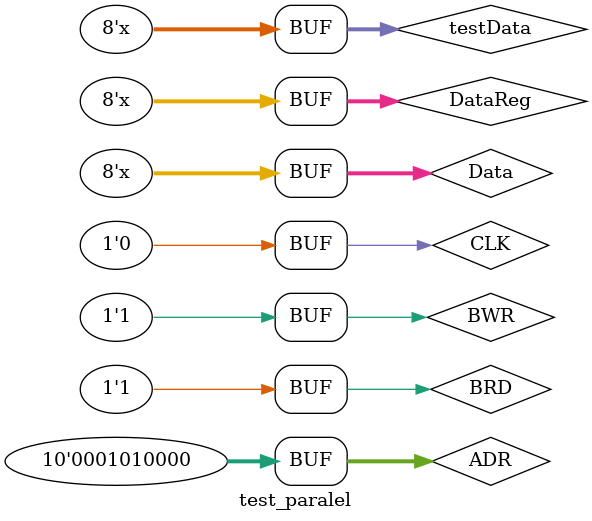
<source format=v>
`timescale 1ns / 1ps


module test_paralel;

	// Inputs
	reg [9:0] ADR;
	reg BWR;
	reg BRD;
	reg CLK;
	//wire outDATA[7:0];
	// Bidirs
	wire [7:0] Data;
	reg [7:0] DataReg;
	assign Data = DataReg;
	//output [7:0] Data;
	reg [7:0] testData;
	
	// Instantiate the Unit Under Test (UUT)
	paralle_slave uut (
		.ADR(ADR), 
		.Data(Data), 
		.BWR(BWR), 
		.BRD(BRD), 
		.CLK(CLK)
		//,.setUpReg(setUpReg)
	);
	//
	
	initial begin
		// Initialize Inputs
		ADR = 0;
		BWR = 1;
		BRD = 1;
		CLK = 0;
		//outData = 8'b100;

		
		
		// Wait 100 ns for global reset to finish
		ADR <= 10'b00_0101_0000;
		DataReg = 8'b100;
		#100;
		BWR <= 'b0;
		#50;
		BWR <= 'b1;
		#50;
		ADR <= 10'b0;
		DataReg = 8'bz;
		#50;
		ADR <= 10'b00_0101_0000;
		#50;
		BRD <= 'b0;
		#50;
		BRD <= 'b1;
		#50;
		testData[7:0] <= Data;
		#50;
		// Add stimulus here

	end
      
endmodule


</source>
